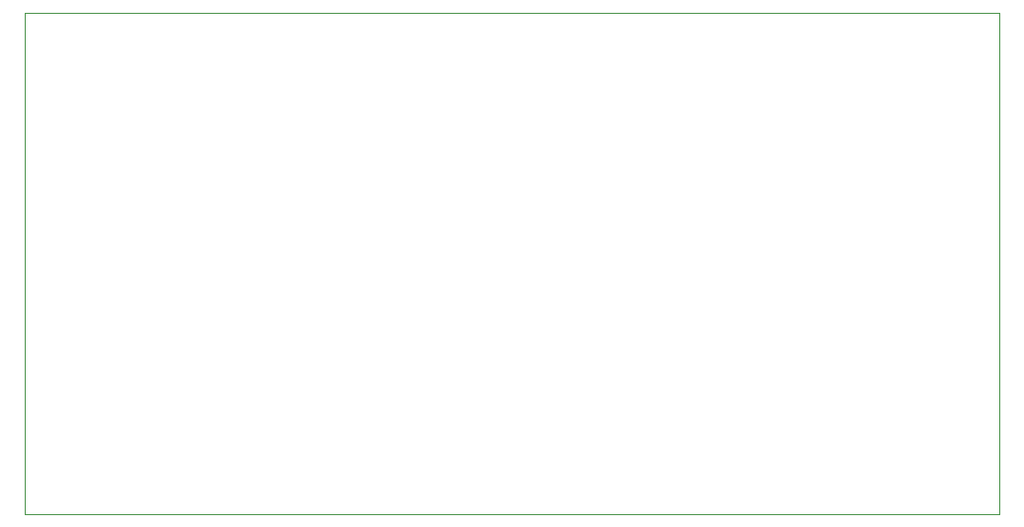
<source format=gbr>
%TF.GenerationSoftware,KiCad,Pcbnew,(6.0.4)*%
%TF.CreationDate,2022-04-16T12:25:48+05:30*%
%TF.ProjectId,another one,616e6f74-6865-4722-906f-6e652e6b6963,rev?*%
%TF.SameCoordinates,Original*%
%TF.FileFunction,Profile,NP*%
%FSLAX46Y46*%
G04 Gerber Fmt 4.6, Leading zero omitted, Abs format (unit mm)*
G04 Created by KiCad (PCBNEW (6.0.4)) date 2022-04-16 12:25:48*
%MOMM*%
%LPD*%
G01*
G04 APERTURE LIST*
%TA.AperFunction,Profile*%
%ADD10C,0.100000*%
%TD*%
G04 APERTURE END LIST*
D10*
X278606250Y-59531250D02*
X195262500Y-59531250D01*
X278606250Y-16668750D02*
X278606250Y-59531250D01*
X195262500Y-16668750D02*
X278606250Y-16668750D01*
X195262500Y-59531250D02*
X195262500Y-16668750D01*
M02*

</source>
